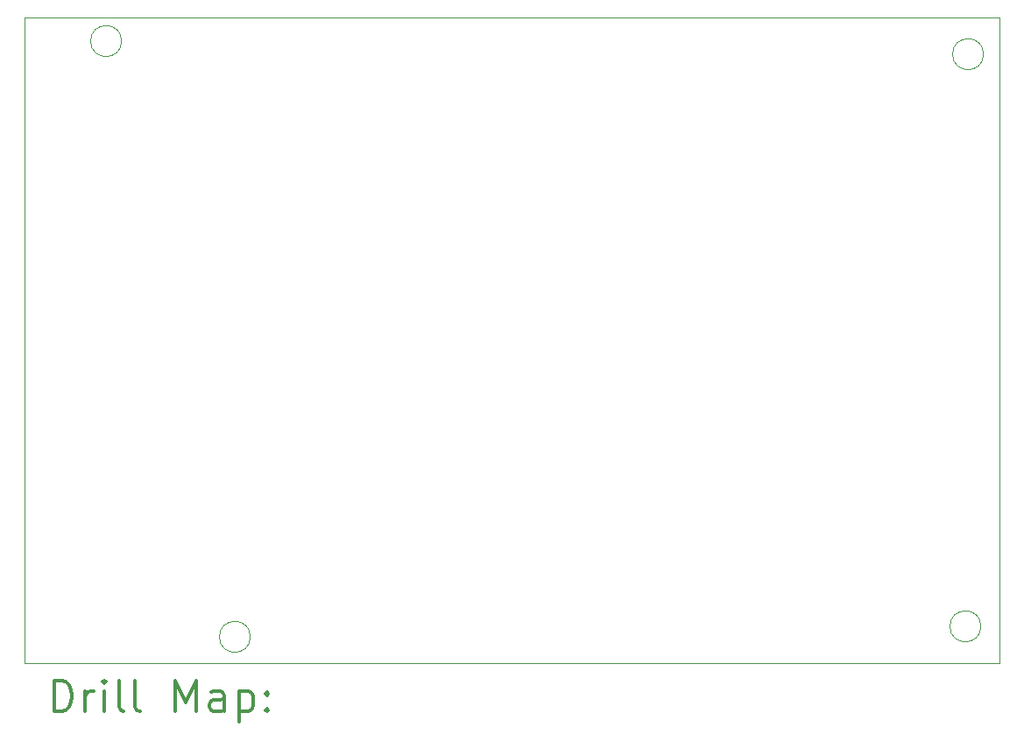
<source format=gbr>
%FSLAX45Y45*%
G04 Gerber Fmt 4.5, Leading zero omitted, Abs format (unit mm)*
G04 Created by KiCad (PCBNEW (5.1.9)-1) date 2021-06-24 21:47:52*
%MOMM*%
%LPD*%
G01*
G04 APERTURE LIST*
%TA.AperFunction,Profile*%
%ADD10C,0.050000*%
%TD*%
%ADD11C,0.200000*%
%ADD12C,0.300000*%
G04 APERTURE END LIST*
D10*
X5918200Y-6934200D02*
X15341600Y-6934200D01*
X5918200Y-13182600D02*
X15341600Y-13182600D01*
X6855600Y-7162800D02*
G75*
G03*
X6855600Y-7162800I-150000J0D01*
G01*
X15186800Y-7289800D02*
G75*
G03*
X15186800Y-7289800I-150000J0D01*
G01*
X15161400Y-12827000D02*
G75*
G03*
X15161400Y-12827000I-150000J0D01*
G01*
X8100200Y-12928600D02*
G75*
G03*
X8100200Y-12928600I-150000J0D01*
G01*
X15341600Y-6934200D02*
X15341600Y-13182600D01*
X5918200Y-13182600D02*
X5918200Y-6934200D01*
D11*
D12*
X6202128Y-13650814D02*
X6202128Y-13350814D01*
X6273557Y-13350814D01*
X6316414Y-13365100D01*
X6344986Y-13393671D01*
X6359271Y-13422243D01*
X6373557Y-13479386D01*
X6373557Y-13522243D01*
X6359271Y-13579386D01*
X6344986Y-13607957D01*
X6316414Y-13636529D01*
X6273557Y-13650814D01*
X6202128Y-13650814D01*
X6502128Y-13650814D02*
X6502128Y-13450814D01*
X6502128Y-13507957D02*
X6516414Y-13479386D01*
X6530700Y-13465100D01*
X6559271Y-13450814D01*
X6587843Y-13450814D01*
X6687843Y-13650814D02*
X6687843Y-13450814D01*
X6687843Y-13350814D02*
X6673557Y-13365100D01*
X6687843Y-13379386D01*
X6702128Y-13365100D01*
X6687843Y-13350814D01*
X6687843Y-13379386D01*
X6873557Y-13650814D02*
X6844986Y-13636529D01*
X6830700Y-13607957D01*
X6830700Y-13350814D01*
X7030700Y-13650814D02*
X7002128Y-13636529D01*
X6987843Y-13607957D01*
X6987843Y-13350814D01*
X7373557Y-13650814D02*
X7373557Y-13350814D01*
X7473557Y-13565100D01*
X7573557Y-13350814D01*
X7573557Y-13650814D01*
X7844986Y-13650814D02*
X7844986Y-13493671D01*
X7830700Y-13465100D01*
X7802128Y-13450814D01*
X7744986Y-13450814D01*
X7716414Y-13465100D01*
X7844986Y-13636529D02*
X7816414Y-13650814D01*
X7744986Y-13650814D01*
X7716414Y-13636529D01*
X7702128Y-13607957D01*
X7702128Y-13579386D01*
X7716414Y-13550814D01*
X7744986Y-13536529D01*
X7816414Y-13536529D01*
X7844986Y-13522243D01*
X7987843Y-13450814D02*
X7987843Y-13750814D01*
X7987843Y-13465100D02*
X8016414Y-13450814D01*
X8073557Y-13450814D01*
X8102128Y-13465100D01*
X8116414Y-13479386D01*
X8130700Y-13507957D01*
X8130700Y-13593671D01*
X8116414Y-13622243D01*
X8102128Y-13636529D01*
X8073557Y-13650814D01*
X8016414Y-13650814D01*
X7987843Y-13636529D01*
X8259271Y-13622243D02*
X8273557Y-13636529D01*
X8259271Y-13650814D01*
X8244986Y-13636529D01*
X8259271Y-13622243D01*
X8259271Y-13650814D01*
X8259271Y-13465100D02*
X8273557Y-13479386D01*
X8259271Y-13493671D01*
X8244986Y-13479386D01*
X8259271Y-13465100D01*
X8259271Y-13493671D01*
M02*

</source>
